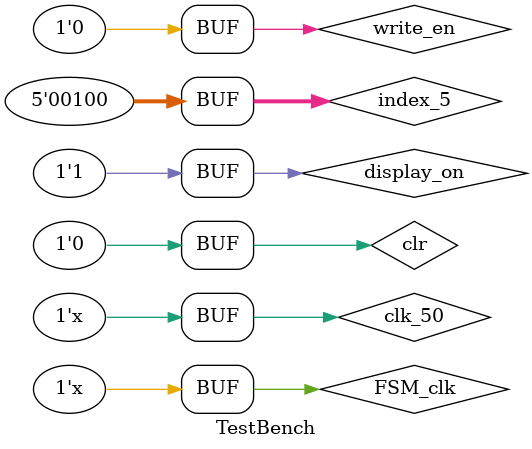
<source format=v>
`timescale 1 ns/ 1ps
module TestBench;
reg [4:0] index_5;
reg write_en,FSM_clk,clk_50,clr,display_on;
wire hsync,vsync;
wire [2:0] red,green;
wire [1:0] blue;
module_display1 MM(index_5,write_en,FSM_clk,clk_50,clr,display_on,hsync,vsync,red,green,blue);
initial
begin
index_5=5'b00000;
write_en=0;
FSM_clk=1;
clk_50=1;
display_on=0;
clr=0;
end
always
begin
#50;
FSM_clk<=~FSM_clk;
end
always
begin
#10;
clk_50<=~clk_50;
end
initial
begin
#25;
clr=1;
#100;
index_5=5'b00001;
#50;
clr=0;
#50;
index_5=5'b00010;
#50
write_en=1;
#50;
index_5=5'b00011;
#85;
write_en=0;
#15;
index_5=5'b00100;
#150;
display_on=1;
end
endmodule

</source>
